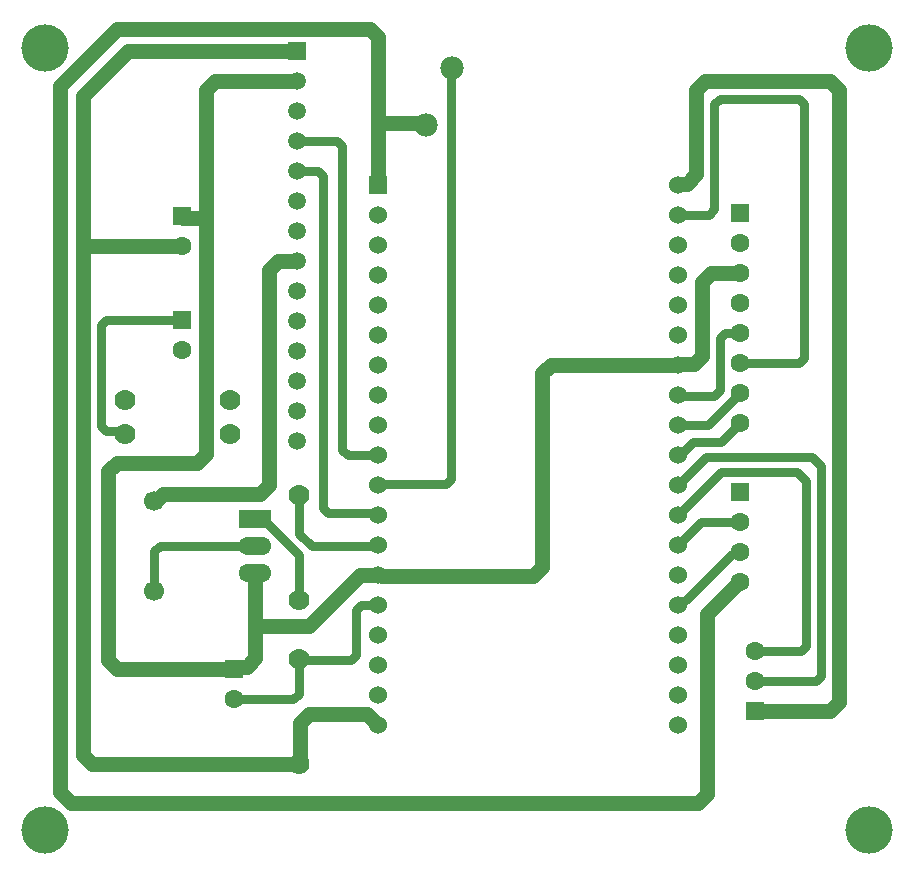
<source format=gbl>
G04*
G04 #@! TF.GenerationSoftware,Altium Limited,Altium Designer,21.2.1 (34)*
G04*
G04 Layer_Physical_Order=2*
G04 Layer_Color=16711680*
%FSTAX24Y24*%
%MOIN*%
G70*
G04*
G04 #@! TF.SameCoordinates,A0B086A8-5AB1-40D3-A59C-F662E0C94A6C*
G04*
G04*
G04 #@! TF.FilePolarity,Positive*
G04*
G01*
G75*
%ADD21C,0.0780*%
%ADD29C,0.0300*%
%ADD30C,0.0500*%
%ADD31C,0.0630*%
%ADD32R,0.0630X0.0630*%
%ADD33C,0.0602*%
%ADD34R,0.0602X0.0602*%
%ADD35C,0.0700*%
%ADD36C,0.0669*%
%ADD37R,0.1100X0.0600*%
%ADD38O,0.1100X0.0600*%
%ADD39C,0.1575*%
%ADD40C,0.0598*%
%ADD41R,0.0598X0.0598*%
D21*
X0289Y04585D02*
D03*
X02975Y04775D02*
D03*
D29*
X025076Y0318D02*
X02725D01*
X024664Y032212D02*
Y0335D01*
Y03D02*
Y031505D01*
Y032212D02*
X025076Y0318D01*
X023719Y03245D02*
X024664Y031505D01*
X02345Y032706D02*
X023706Y03245D01*
X023719D01*
X0232Y032706D02*
X02345D01*
X038712Y034262D02*
X041262D01*
X041374Y028294D02*
X04155Y02847D01*
X041262Y034262D02*
X04155Y033974D01*
X041874Y027294D02*
X04205Y02747D01*
X03985Y028294D02*
X041374D01*
X04155Y02847D02*
Y033974D01*
X03985Y027294D02*
X041874D01*
X04205Y02747D02*
Y034474D01*
X041762Y034762D02*
X04205Y034474D01*
X038212Y034762D02*
X041762D01*
X01805Y039174D02*
X018226Y03935D01*
X02075D01*
X018226Y035627D02*
X018773D01*
X01805Y035802D02*
Y039174D01*
Y035802D02*
X018226Y035627D01*
X03935Y0379D02*
X041324D01*
X038676Y0467D02*
X041324D01*
Y0379D02*
X0415Y038076D01*
Y046524D01*
X041324Y0467D02*
X0415Y046524D01*
X038712Y035262D02*
X03935Y0359D01*
X0373Y03285D02*
X038712Y034262D01*
X03985Y027294D02*
X03985Y027294D01*
X0373Y03385D02*
X038212Y034762D01*
X037774Y035262D02*
X038712D01*
X037362Y03485D02*
X037774Y035262D01*
X0373Y03485D02*
X037362D01*
X0373Y03285D02*
Y03285D01*
X037242Y028792D02*
X0373Y02885D01*
Y03185D02*
X038047Y032597D01*
X03935D01*
X037382Y02985D02*
X037533Y030001D01*
X037551D02*
X039084Y031534D01*
X039287D01*
X0373Y02985D02*
X037382D01*
X039287Y031534D02*
X03935Y031597D01*
X037533Y030001D02*
X037551D01*
X026726Y02985D02*
X0273D01*
X02655Y028176D02*
Y029674D01*
X026726Y02985D01*
X0247Y028D02*
X026374D01*
X02655Y028176D01*
X02465Y02805D02*
X0247Y028D01*
X02465Y026884D02*
Y02805D01*
X022493Y0267D02*
X024466D01*
X02465Y026884D01*
X02545Y033084D02*
X025626Y032908D01*
X02545Y033084D02*
Y044124D01*
X025626Y032908D02*
X027242D01*
X02725Y0318D02*
X0273Y03185D01*
X027242Y032908D02*
X0273Y03285D01*
X029725Y034051D02*
Y047725D01*
X02975Y04775D01*
X029549Y033875D02*
X029725Y034051D01*
X018773Y035627D02*
X01885Y03555D01*
X0246Y0443D02*
X025274D01*
X02545Y044124D01*
X027325Y033875D02*
X029549D01*
X0273Y03385D02*
X027325Y033875D01*
X02235Y03555D02*
X022357Y035557D01*
X026276Y034838D02*
X027288D01*
X0261Y035014D02*
X026276Y034838D01*
X02465Y0453D02*
X025924D01*
X0261Y045124D01*
Y035014D02*
Y045124D01*
X0385Y046524D02*
X038676Y0467D01*
X0385Y043026D02*
Y046524D01*
X038324Y04285D02*
X0385Y043026D01*
X0373Y04285D02*
X038324D01*
X022493Y0267D02*
X022556Y026763D01*
X0232Y0318D02*
X02325Y03175D01*
X020004Y0318D02*
X0232D01*
X019828Y031624D02*
X020004Y0318D01*
X019828Y030308D02*
Y031624D01*
X027288Y034838D02*
X0273Y03485D01*
X038861Y0389D02*
X03935D01*
X038685Y037003D02*
Y038724D01*
X038861Y0389D01*
X038474Y036792D02*
X038685Y037003D01*
X0383Y03585D02*
X03935Y0369D01*
X0373Y03585D02*
X0383D01*
X037358Y036792D02*
X038474D01*
X0373Y03685D02*
X037358Y036792D01*
D30*
X04265Y026587D02*
Y047007D01*
X042357Y026294D02*
X04265Y026587D01*
X042357Y0473D02*
X04265Y047007D01*
X01745Y024843D02*
Y0418D01*
Y024843D02*
X017743Y02455D01*
X0273Y03085D02*
X02732Y03083D01*
X03275Y031093D02*
Y037557D01*
X033043Y03785D01*
X02732Y03083D02*
X027392D01*
X027422Y0308D02*
X032457D01*
X027392Y03083D02*
X027422Y0308D01*
X032457D02*
X03275Y031093D01*
X033043Y03785D02*
X0373D01*
X01745Y0418D02*
X02075D01*
X01745D02*
Y0468D01*
X01895Y0483D02*
X0246D01*
X01745Y0468D02*
X01895Y0483D01*
X018599Y049049D02*
X027007D01*
X0167Y0236D02*
Y04715D01*
X018599Y049049D01*
X037957Y02325D02*
X03825Y023543D01*
Y029532D02*
X039315Y030597D01*
X01705Y02325D02*
X037957D01*
X03825Y023543D02*
Y029532D01*
X039315Y030597D02*
X03935D01*
X023357Y03355D02*
X02365Y033843D01*
X020124Y03355D02*
X023357D01*
X02365Y033843D02*
Y041007D01*
X019874Y0333D02*
X020124Y03355D01*
X019828Y0333D02*
X019874D01*
X025001Y02915D02*
X026682Y03083D01*
X0232Y02915D02*
X025001D01*
X026682Y03083D02*
X02728D01*
X0273Y03085D01*
X018593Y0277D02*
X022493D01*
X0183Y027993D02*
X018593Y0277D01*
X0183Y034292D02*
X018593Y034585D01*
X0183Y027993D02*
Y034292D01*
X018593Y034585D02*
X021257D01*
X022558Y027765D02*
X022907D01*
X0232Y028058D02*
Y02915D01*
X022493Y0277D02*
X022558Y027765D01*
X022907D02*
X0232Y028058D01*
Y02915D02*
Y030894D01*
X02885Y0459D02*
X0289Y04585D01*
X0273Y0459D02*
X02885D01*
X0273D02*
Y048756D01*
Y04385D02*
Y0459D01*
X017743Y02455D02*
X02465D01*
X0167Y0236D02*
X01705Y02325D01*
X023943Y0413D02*
X0246D01*
X02365Y041007D02*
X023943Y0413D01*
X021843Y0473D02*
X0246D01*
X02155Y047007D02*
X021843Y0473D01*
X0208Y04275D02*
X02155D01*
Y047007D01*
Y034878D02*
Y04275D01*
X02075Y0428D02*
X0208Y04275D01*
X021257Y034585D02*
X02155Y034878D01*
X0379Y047007D02*
X038193Y0473D01*
X042357D01*
X0379Y044194D02*
Y047007D01*
X03985Y026294D02*
X042357D01*
X038085Y038143D02*
Y040592D01*
X0373Y03785D02*
X03732Y03787D01*
Y04387D02*
X037576D01*
X0373Y04385D02*
X03732Y04387D01*
X037576D02*
X0379Y044194D01*
X024688Y025907D02*
X024981Y0262D01*
X026922D01*
X027272Y02585D01*
X024688Y024588D02*
Y025907D01*
X02465Y02455D02*
X024688Y024588D01*
X027272Y02585D02*
X0273D01*
X027007Y049049D02*
X0273Y048756D01*
X038393Y0409D02*
X03935D01*
X03732Y03787D02*
X037812D01*
X038085Y038143D01*
Y040592D02*
X038393Y0409D01*
X03935Y033597D02*
X039351Y033599D01*
D31*
X03985Y028294D02*
D03*
Y027294D02*
D03*
X03935Y031597D02*
D03*
Y032597D02*
D03*
Y030597D02*
D03*
Y0359D02*
D03*
Y0369D02*
D03*
Y0409D02*
D03*
Y0419D02*
D03*
Y0399D02*
D03*
Y0389D02*
D03*
Y0379D02*
D03*
X02075Y0418D02*
D03*
Y03835D02*
D03*
X022493Y0267D02*
D03*
D32*
X03985Y026294D02*
D03*
X03935Y033597D02*
D03*
Y0429D02*
D03*
X02075Y0428D02*
D03*
Y03935D02*
D03*
X022493Y0277D02*
D03*
D33*
X0373Y04385D02*
D03*
Y04285D02*
D03*
Y04185D02*
D03*
Y04085D02*
D03*
Y03985D02*
D03*
Y03885D02*
D03*
Y03785D02*
D03*
Y03685D02*
D03*
Y03585D02*
D03*
Y03485D02*
D03*
Y03385D02*
D03*
Y03285D02*
D03*
Y03185D02*
D03*
Y03085D02*
D03*
Y02985D02*
D03*
Y02885D02*
D03*
Y02785D02*
D03*
Y02685D02*
D03*
Y02585D02*
D03*
X0273D02*
D03*
Y02685D02*
D03*
Y02785D02*
D03*
Y02885D02*
D03*
Y02985D02*
D03*
Y03085D02*
D03*
Y03185D02*
D03*
Y03285D02*
D03*
Y03385D02*
D03*
Y03485D02*
D03*
Y03585D02*
D03*
Y03685D02*
D03*
Y03785D02*
D03*
Y03885D02*
D03*
Y03985D02*
D03*
Y04085D02*
D03*
Y04185D02*
D03*
Y04285D02*
D03*
D34*
Y04385D02*
D03*
D35*
X01885Y03555D02*
D03*
X02235D02*
D03*
X01885Y036679D02*
D03*
X02235D02*
D03*
X02465Y02455D02*
D03*
Y02805D02*
D03*
X024664Y0335D02*
D03*
Y03D02*
D03*
D36*
X019828Y030308D02*
D03*
Y0333D02*
D03*
D37*
X0232Y032706D02*
D03*
D38*
Y0318D02*
D03*
Y030894D02*
D03*
D39*
X0162Y0484D02*
D03*
X04365D02*
D03*
Y02235D02*
D03*
X0162D02*
D03*
D40*
X0246Y0353D02*
D03*
Y0363D02*
D03*
Y0373D02*
D03*
Y0383D02*
D03*
Y0393D02*
D03*
Y0403D02*
D03*
Y0413D02*
D03*
Y0423D02*
D03*
Y0433D02*
D03*
Y0443D02*
D03*
Y0453D02*
D03*
Y0463D02*
D03*
Y0473D02*
D03*
D41*
Y0483D02*
D03*
M02*

</source>
